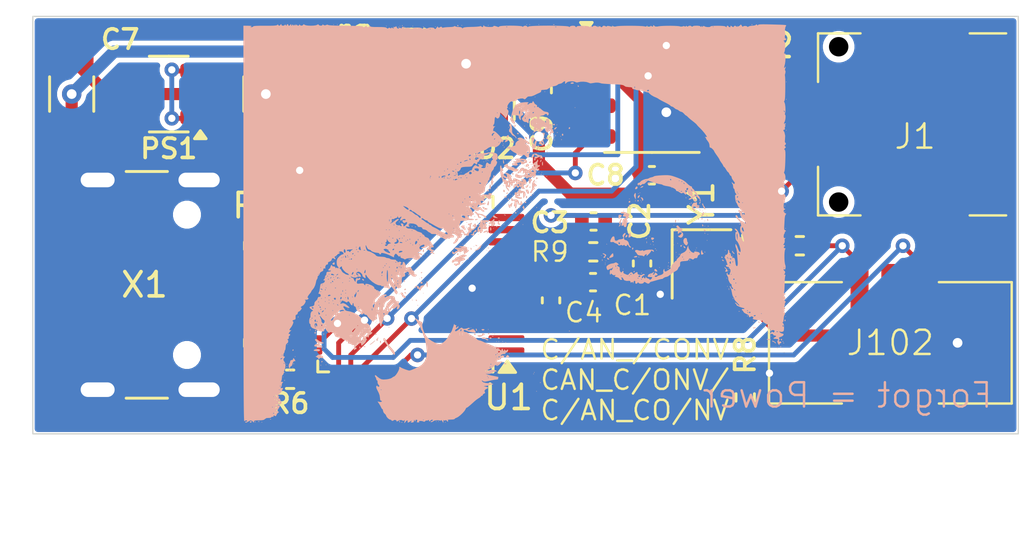
<source format=kicad_pcb>
(kicad_pcb (version 20241229) (generator "pcbnew") (generator_version "9.0")
  (title_block (title "${title}") (date "2022-03-07") (rev "R${release}") (company "${company}") (comment 1 "${release_state}") (comment 2 "${prefix}-P${type_number}-R${release}-B${pcb_variant}-C${pcb_ci}") (comment 3 "hardware/${prefix}-S${type_number}_${short_desciption}"))
  (layers (0 "F.Cu" signal) (2 "B.Cu" signal) (13 "F.Paste" user) (15 "B.Paste" user) (5 "F.SilkS" user "F.Silkscreen") (7 "B.SilkS" user "B.Silkscreen") (1 "F.Mask" user) (3 "B.Mask" user) (25 "Edge.Cuts" user))
  (net 0 "")
  (net 1 "+3V3")
  (net 2 "GND")
  (net 3 "+5V")
  (net 4 "/USB_N")
  (net 5 "/USB_P")
  (net 6 "Net-(D1-A)")
  (net 7 "Net-(D2-A)")
  (net 8 "Net-(D3-A)")
  (net 9 "Net-(X1-CC2)")
  (net 10 "Net-(X1-CC1)")
  (net 11 "/MCU/SWCLK")
  (net 12 "/MCU/SWDIO")
  (net 14 "/CAN Transceiver/CAN1_TX")
  (net 15 "/CAN Transceiver/CAN1_RX")
  (net 18 "/CAN Transceiver/CAN1_S")
  (net 21 "/MCU/SWO")
  (net 22 "/MCU/NRST")
  (net 23 "/MCU/LED_TX")
  (net 24 "/MCU/LED_RX")
  (net 25 "Net-(U1F-PF0{slash}OSC_IN)")
  (net 26 "Net-(U1F-PF1{slash}OSC_OUT)")
  (net 32 "/MCU/CAN2_RX")
  (net 43 "/MCU/CAN2_TX")
  (net 48 "/MCU/CAN2_S")
  (net 54 "/CAN Transceiver/CAN1_L")
  (net 55 "/CAN Transceiver/CAN1_H")
  (net 56 "/MCU/TX")
  (net 57 "/MCU/RX")
  (net 58 "Net-(Y1-C_{1})")
  (footprint "Package_TO_SOT_SMD:SOT-23-5" (layer "F.Cu") (at 116 119 180)
    (property "Reference" "PS1" (at 0 -2.25 180) (layer "F.SilkS") (effects (font (size 0.8 0.8))))
    (property "Value" "RT9013-33GB")
    (pad "1" smd roundrect (at -1.1375 -0.95 180) (size 1.325 0.6) (layers "F.Cu" "F.Mask" "F.Paste") (net 3 "+5V"))
    (pad "2" smd roundrect (at -1.1375 0 180) (size 1.325 0.6) (layers "F.Cu" "F.Mask" "F.Paste") (net 2 "GND"))
    (pad "3" smd roundrect (at -1.1375 0.95 180) (size 1.325 0.6) (layers "F.Cu" "F.Mask" "F.Paste") (net 3 "+5V"))
    (pad "4" smd roundrect (at 1.1375 0.95 180) (size 1.325 0.6) (layers "F.Cu" "F.Mask" "F.Paste"))
    (pad "5" smd roundrect (at 1.1375 -0.95 180) (size 1.325 0.6) (layers "F.Cu" "F.Mask" "F.Paste") (net 1 "+3V3"))
  )
  (footprint "Resistor_SMD:R_0402_1005Metric" (layer "F.Cu") (at 139.75 131.5 -90)
    (property "Reference" "R8" (at -1.75 0 90) (layer "F.SilkS") (effects (font (size 0.8 0.8))))
    (property "Value" "100k")
    (pad "1" smd roundrect (at -0.51 0 270) (size 0.54 0.64) (layers "F.Cu" "F.Mask" "F.Paste") (net 2 "GND"))
    (pad "2" smd roundrect (at 0.51 0 270) (size 0.54 0.64) (layers "F.Cu" "F.Mask" "F.Paste") (net 11 "/MCU/SWCLK"))
  )
  (footprint "Bluesat:USB_C" (layer "F.Cu") (at 114.145 126.86 -90)
    (property "Reference" "X1" (at 0 -0.855 0) (layer "F.SilkS"))
    (property "Value" "629722000214_pasteInHole")
    (pad "" np_thru_hole circle (at -2.89 -2.605 270) (size 0.65 0.65) (drill 0.65) (layers "*.Cu" "*.Mask"))
    (pad "" np_thru_hole circle (at 2.89 -2.605 270) (size 0.65 0.65) (drill 0.65) (layers "*.Cu" "*.Mask"))
    (pad "A1" smd roundrect (at -3.2 -3.715 270) (size 0.6 1.08) (layers "F.Cu" "F.Mask" "F.Paste") (net 2 "GND"))
    (pad "A4" smd roundrect (at -2.4 -3.68 270) (size 0.6 1.15) (layers "F.Cu" "F.Mask" "F.Paste") (net 3 "+5V"))
    (pad "A5" smd roundrect (at -1.25 -3.68 270) (size 0.3 1.15) (layers "F.Cu" "F.Mask" "F.Paste") (net 10 "Net-(X1-CC1)"))
    (pad "A6" smd roundrect (at -0.25 -3.68 270) (size 0.3 1.15) (layers "F.Cu" "F.Mask" "F.Paste") (net 5 "/USB_P"))
    (pad "A7" smd roundrect (at 0.25 -3.68 270) (size 0.3 1.15) (layers "F.Cu" "F.Mask" "F.Paste") (net 4 "/USB_N"))
    (pad "A8" smd roundrect (at 1.25 -3.68 270) (size 0.3 1.15) (layers "F.Cu" "F.Mask" "F.Paste"))
    (pad "B1" smd roundrect (at 3.2 -3.715 270) (size 0.6 1.08) (layers "F.Cu" "F.Mask" "F.Paste") (net 2 "GND"))
    (pad "B4" smd roundrect (at 2.4 -3.68 270) (size 0.6 1.15) (layers "F.Cu" "F.Mask" "F.Paste") (net 3 "+5V"))
    (pad "B5" smd roundrect (at 1.75 -3.68 270) (size 0.3 1.15) (layers "F.Cu" "F.Mask" "F.Paste") (net 9 "Net-(X1-CC2)"))
    (pad "B6" smd roundrect (at 0.75 -3.68 270) (size 0.3 1.15) (layers "F.Cu" "F.Mask" "F.Paste") (net 5 "/USB_P"))
    (pad "B7" smd roundrect (at -0.75 -3.68 270) (size 0.3 1.15) (layers "F.Cu" "F.Mask" "F.Paste") (net 4 "/USB_N"))
    (pad "B8" smd roundrect (at -1.75 -3.68 270) (size 0.3 1.15) (layers "F.Cu" "F.Mask" "F.Paste"))
    (pad "SH" thru_hole oval (at -4.32 -3.105 270) (size 1 2.1) (drill oval 0.6 1.7) (property pad_prop_heatsink) (layers "*.Cu" "*.Mask" "F.Paste") (net 2 "GND"))
    (pad "SH" thru_hole oval (at -4.32 1.075 270) (size 1 1.8) (drill oval 0.6 1.4) (property pad_prop_heatsink) (layers "*.Cu" "*.Mask" "F.Paste") (net 2 "GND"))
    (pad "SH" thru_hole oval (at 4.32 -3.105 270) (size 1 2.1) (drill oval 0.6 1.7) (property pad_prop_heatsink) (layers "*.Cu" "*.Mask" "F.Paste") (net 2 "GND"))
    (pad "SH" thru_hole oval (at 4.32 1.075 270) (size 1 1.8) (drill oval 0.6 1.4) (property pad_prop_heatsink) (layers "*.Cu" "*.Mask" "F.Paste") (net 2 "GND"))
  )
  (footprint "Capacitor_SMD:C_0402_1005Metric" (layer "F.Cu") (at 135.905 122.345 180)
    (property "Reference" "C8" (at 1.905 0 0) (layer "F.SilkS") (effects (font (size 0.8 0.8))))
    (property "Value" "220n")
    (pad "1" smd roundrect (at -0.48 0 180) (size 0.56 0.62) (layers "F.Cu" "F.Mask" "F.Paste") (net 1 "+3V3"))
    (pad "2" smd roundrect (at 0.48 0 180) (size 0.56 0.62) (layers "F.Cu" "F.Mask" "F.Paste") (net 2 "GND"))
  )
  (footprint "LED_SMD:LED_0603_1608Metric" (layer "F.Cu") (at 126.5 119.25 -90)
    (property "Reference" "D1" (at 2 0 180) (layer "F.SilkS") (effects (font (size 0.8 0.8))))
    (property "Value" "XL-1608UYC-06" (hide yes))
    (pad "1" smd roundrect (at -0.7875 0 270) (size 0.875 0.95) (layers "F.Cu" "F.Mask" "F.Paste") (net 6 "Net-(D1-A)"))
    (pad "2" smd roundrect (at 0.7875 0 270) (size 0.875 0.95) (layers "F.Cu" "F.Mask" "F.Paste") (net 23 "/MCU/LED_TX"))
  )
  (footprint "Capacitor_SMD:C_0402_1005Metric" (layer "F.Cu") (at 135.5 125.98 90)
    (property "Reference" "C2" (at 1.75 -0.1 90) (layer "F.SilkS") (effects (font (size 0.8 0.8))))
    (property "Value" "10p")
    (pad "1" smd roundrect (at -0.48 0 90) (size 0.56 0.62) (layers "F.Cu" "F.Mask" "F.Paste") (net 2 "GND"))
    (pad "2" smd roundrect (at 0.48 0 90) (size 0.56 0.62) (layers "F.Cu" "F.Mask" "F.Paste") (net 58 "Net-(Y1-C_{1})"))
  )
  (footprint "Resistor_SMD:R_0402_1005Metric" (layer "F.Cu") (at 128 119.25 -90)
    (property "Reference" "R4" (at 2 0 180) (layer "F.SilkS") (effects (font (size 0.8 0.8))))
    (property "Value" "1K" (hide yes))
    (pad "1" smd roundrect (at -0.51 0 270) (size 0.54 0.64) (layers "F.Cu" "F.Mask" "F.Paste") (net 1 "+3V3"))
    (pad "2" smd roundrect (at 0.51 0 270) (size 0.54 0.64) (layers "F.Cu" "F.Mask" "F.Paste") (net 7 "Net-(D2-A)"))
  )
  (footprint "Package_SO:SOIC-8_3.9x4.9mm_P1.27mm" (layer "F.Cu") (at 135.905 118.845)
    (property "Reference" "U2" (at 4.845 -1.845 0) (layer "F.SilkS"))
    (property "Value" "TCAN1462V")
    (pad "1" smd roundrect (at -2.475 -1.905) (size 1.95 0.6) (layers "F.Cu" "F.Mask" "F.Paste") (net 14 "/CAN Transceiver/CAN1_TX"))
    (pad "2" smd roundrect (at -2.475 -0.635) (size 1.95 0.6) (layers "F.Cu" "F.Mask" "F.Paste") (net 2 "GND"))
    (pad "3" smd roundrect (at -2.475 0.635) (size 1.95 0.6) (layers "F.Cu" "F.Mask" "F.Paste") (net 3 "+5V"))
    (pad "4" smd roundrect (at -2.475 1.905) (size 1.95 0.6) (layers "F.Cu" "F.Mask" "F.Paste") (net 15 "/CAN Transceiver/CAN1_RX"))
    (pad "5" smd roundrect (at 2.475 1.905) (size 1.95 0.6) (layers "F.Cu" "F.Mask" "F.Paste") (net 1 "+3V3"))
    (pad "6" smd roundrect (at 2.475 0.635) (size 1.95 0.6) (layers "F.Cu" "F.Mask" "F.Paste") (net 54 "/CAN Transceiver/CAN1_L"))
    (pad "7" smd roundrect (at 2.475 -0.635) (size 1.95 0.6) (layers "F.Cu" "F.Mask" "F.Paste") (net 55 "/CAN Transceiver/CAN1_H"))
    (pad "8" smd roundrect (at 2.475 -1.905) (size 1.95 0.6) (layers "F.Cu" "F.Mask" "F.Paste") (net 18 "/CAN Transceiver/CAN1_S"))
  )
  (footprint "Resistor_SMD:R_0402_1005Metric" (layer "F.Cu") (at 119.5 125.25 90)
    (property "Reference" "R2" (at 1.65 0.1 180) (layer "F.SilkS"))
    (property "Value" "4K7")
    (pad "1" smd roundrect (at -0.51 0 90) (size 0.54 0.64) (layers "F.Cu" "F.Mask" "F.Paste") (net 10 "Net-(X1-CC1)"))
    (pad "2" smd roundrect (at 0.51 0 90) (size 0.54 0.64) (layers "F.Cu" "F.Mask" "F.Paste") (net 2 "GND"))
  )
  (footprint "Resistor_SMD:R_0402_1005Metric" (layer "F.Cu") (at 142 125.25 180)
    (property "Reference" "R7" (at 1.75 0 0) (layer "F.SilkS") (effects (font (size 0.8 0.8))))
    (property "Value" "100k")
    (pad "1" smd roundrect (at -0.51 0 180) (size 0.54 0.64) (layers "F.Cu" "F.Mask" "F.Paste") (net 12 "/MCU/SWDIO"))
    (pad "2" smd roundrect (at 0.51 0 180) (size 0.54 0.64) (layers "F.Cu" "F.Mask" "F.Paste") (net 1 "+3V3"))
  )
  (footprint "Capacitor_SMD:C_0402_1005Metric" (layer "F.Cu") (at 131.405 118.845 90)
    (property "Reference" "C9" (at -1.78 -0.03 270) (layer "F.SilkS") (effects (font (size 0.8 0.8))))
    (property "Value" "220n")
    (pad "1" smd roundrect (at -0.48 0 90) (size 0.56 0.62) (layers "F.Cu" "F.Mask" "F.Paste") (net 3 "+5V"))
    (pad "2" smd roundrect (at 0.48 0 90) (size 0.56 0.62) (layers "F.Cu" "F.Mask" "F.Paste") (net 2 "GND"))
  )
  (footprint "Crystal:Crystal_SMD_2016-4Pin_2.0x1.6mm" (layer "F.Cu") (at 137.95 126 -90)
    (property "Reference" "Y1" (at -2.5 0 270) (layer "F.SilkS"))
    (property "Value" "830108313809")
    (pad "1" smd roundrect (at -0.7 0.55 270) (size 0.9 0.8) (layers "F.Cu" "F.Mask" "F.Paste") (net 58 "Net-(Y1-C_{1})"))
    (pad "2" smd roundrect (at 0.7 0.55 270) (size 0.9 0.8) (layers "F.Cu" "F.Mask" "F.Paste") (net 2 "GND"))
    (pad "3" smd roundrect (at 0.7 -0.55 270) (size 0.9 0.8) (layers "F.Cu" "F.Mask" "F.Paste") (net 25 "Net-(U1F-PF0{slash}OSC_IN)"))
    (pad "4" smd roundrect (at -0.7 -0.55 270) (size 0.9 0.8) (layers "F.Cu" "F.Mask" "F.Paste") (net 2 "GND"))
  )
  (footprint "Capacitor_SMD:C_0402_1005Metric" (layer "F.Cu") (at 131.75 127.5 90)
    (property "Reference" "C4" (at -0.5 1.35 0) (layer "F.SilkS") (effects (font (size 0.8 0.8) (thickness 0.1))))
    (property "Value" "220n")
    (pad "1" smd roundrect (at -0.48 0 90) (size 0.56 0.62) (layers "F.Cu" "F.Mask" "F.Paste") (net 1 "+3V3"))
    (pad "2" smd roundrect (at 0.48 0 90) (size 0.56 0.62) (layers "F.Cu" "F.Mask" "F.Paste") (net 2 "GND"))
  )
  (footprint "Bluesat:IDC6" (layer "F.Cu") (at 145.73 129.25)
    (property "Reference" "J102" (at 0 0 0) (layer "F.SilkS") (effects (font (thickness 0.1))))
    (property "Value" "IDC6")
    (pad "1" smd roundrect (at -1.27 -2) (size 0.74 2.5) (layers "F.Cu" "F.Mask" "F.Paste") (net 12 "/MCU/SWDIO"))
    (pad "2" smd roundrect (at -1.27 2) (size 0.74 2.5) (layers "F.Cu" "F.Mask" "F.Paste") (net 11 "/MCU/SWCLK"))
    (pad "3" smd roundrect (at 0 -2) (size 0.74 2.5) (layers "F.Cu" "F.Mask" "F.Paste") (net 2 "GND"))
    (pad "4" smd roundrect (at 0 2) (size 0.74 2.5) (layers "F.Cu" "F.Mask" "F.Paste") (net 1 "+3V3"))
    (pad "5" smd roundrect (at 1.27 -2) (size 0.74 2.5) (layers "F.Cu" "F.Mask" "F.Paste") (net 21 "/MCU/SWO"))
    (pad "6" smd roundrect (at 1.27 2) (size 0.74 2.5) (layers "F.Cu" "F.Mask" "F.Paste") (net 22 "/MCU/NRST"))
  )
  (footprint "Resistor_SMD:R_0402_1005Metric" (layer "F.Cu") (at 133.49 125.5 180)
    (property "Reference" "R9" (at 1.79 0 0) (layer "F.SilkS") (effects (font (size 0.8 0.8) (thickness 0.1))))
    (property "Value" "100R" (hide yes))
    (pad "1" smd roundrect (at -0.51 0 180) (size 0.54 0.64) (layers "F.Cu" "F.Mask" "F.Paste") (net 58 "Net-(Y1-C_{1})"))
    (pad "2" smd roundrect (at 0.51 0 180) (size 0.54 0.64) (layers "F.Cu" "F.Mask" "F.Paste") (net 26 "Net-(U1F-PF1{slash}OSC_OUT)"))
  )
  (footprint "LED_SMD:LED_0603_1608Metric" (layer "F.Cu") (at 123.5 119.25 -90)
    (property "Reference" "D3" (at 2 0 180) (layer "F.SilkS") (effects (font (size 0.8 0.8))))
    (property "Value" "XL-1608SURC-06" (hide yes))
    (pad "1" smd roundrect (at -0.7875 0 270) (size 0.875 0.95) (layers "F.Cu" "F.Mask" "F.Paste") (net 8 "Net-(D3-A)"))
    (pad "2" smd roundrect (at 0.7875 0 270) (size 0.875 0.95) (layers "F.Cu" "F.Mask" "F.Paste") (net 2 "GND"))
  )
  (footprint "Resistor_SMD:R_0402_1005Metric" (layer "F.Cu") (at 121 130.75 180)
    (property "Reference" "R6" (at 0 -1 0) (layer "F.SilkS") (effects (font (size 0.8 0.8))))
    (property "Value" "10K")
    (pad "1" smd roundrect (at -0.51 0 180) (size 0.54 0.64) (layers "F.Cu" "F.Mask" "F.Paste") (net 11 "/MCU/SWCLK"))
    (pad "2" smd roundrect (at 0.51 0 180) (size 0.54 0.64) (layers "F.Cu" "F.Mask" "F.Paste") (net 2 "GND"))
  )
  (footprint "Package_QFP:LQFP-48_7x7mm_P0.5mm" (layer "F.Cu") (at 125.75 126.8375 180)
    (property "Reference" "U1" (at -4.25 -4.6625 0) (layer "F.SilkS"))
    (property "Value" "STM32G0B1CBT" (hide yes))
    (pad "1" smd roundrect (at -4.1625 -2.75 180) (size 1.475 0.3) (layers "F.Cu" "F.Mask" "F.Paste"))
    (pad "2" smd roundrect (at -4.1625 -2.25 180) (size 1.475 0.3) (layers "F.Cu" "F.Mask" "F.Paste"))
    (pad "3" smd roundrect (at -4.1625 -1.75 180) (size 1.475 0.3) (layers "F.Cu" "F.Mask" "F.Paste"))
    (pad "4" smd roundrect (at -4.1625 -1.25 180) (size 1.475 0.3) (layers "F.Cu" "F.Mask" "F.Paste") (net 1 "+3V3"))
    (pad "5" smd roundrect (at -4.1625 -0.75 180) (size 1.475 0.3) (layers "F.Cu" "F.Mask" "F.Paste") (net 1 "+3V3"))
    (pad "6" smd roundrect (at -4.1625 -0.25 180) (size 1.475 0.3) (layers "F.Cu" "F.Mask" "F.Paste") (net 1 "+3V3"))
    (pad "7" smd roundrect (at -4.1625 0.25 180) (size 1.475 0.3) (layers "F.Cu" "F.Mask" "F.Paste") (net 2 "GND"))
    (pad "8" smd roundrect (at -4.1625 0.75 180) (size 1.475 0.3) (layers "F.Cu" "F.Mask" "F.Paste") (net 25 "Net-(U1F-PF0{slash}OSC_IN)"))
    (pad "9" smd roundrect (at -4.1625 1.25 180) (size 1.475 0.3) (layers "F.Cu" "F.Mask" "F.Paste") (net 26 "Net-(U1F-PF1{slash}OSC_OUT)"))
    (pad "10" smd roundrect (at -4.1625 1.75 180) (size 1.475 0.3) (layers "F.Cu" "F.Mask" "F.Paste") (net 22 "/MCU/NRST"))
    (pad "11" smd roundrect (at -4.1625 2.25 180) (size 1.475 0.3) (layers "F.Cu" "F.Mask" "F.Paste"))
    (pad "12" smd roundrect (at -4.1625 2.75 180) (size 1.475 0.3) (layers "F.Cu" "F.Mask" "F.Paste"))
    (pad "13" smd roundrect (at -2.75 4.1625 180) (size 0.3 1.475) (layers "F.Cu" "F.Mask" "F.Paste"))
    (pad "14" smd roundrect (at -2.25 4.1625 180) (size 0.3 1.475) (layers "F.Cu" "F.Mask" "F.Paste") (net 24 "/MCU/LED_RX"))
    (pad "15" smd roundrect (at -1.75 4.1625 180) (size 0.3 1.475) (layers "F.Cu" "F.Mask" "F.Paste") (net 23 "/MCU/LED_TX"))
    (pad "16" smd roundrect (at -1.25 4.1625 180) (size 0.3 1.475) (layers "F.Cu" "F.Mask" "F.Paste"))
    (pad "17" smd roundrect (at -0.75 4.1625 180) (size 0.3 1.475) (layers "F.Cu" "F.Mask" "F.Paste"))
    (pad "18" smd roundrect (at -0.25 4.1625 180) (size 0.3 1.475) (layers "F.Cu" "F.Mask" "F.Paste"))
    (pad "19" smd roundrect (at 0.25 4.1625 180) (size 0.3 1.475) (layers "F.Cu" "F.Mask" "F.Paste") (net 32 "/MCU/CAN2_RX"))
    (pad "20" smd roundrect (at 0.75 4.1625 180) (size 0.3 1.475) (layers "F.Cu" "F.Mask" "F.Paste") (net 43 "/MCU/CAN2_TX"))
    (pad "21" smd roundrect (at 1.25 4.1625 180) (size 0.3 1.475) (layers "F.Cu" "F.Mask" "F.Paste") (net 48 "/MCU/CAN2_S"))
    (pad "22" smd roundrect (at 1.75 4.1625 180) (size 0.3 1.475) (layers "F.Cu" "F.Mask" "F.Paste"))
    (pad "23" smd roundrect (at 2.25 4.1625 180) (size 0.3 1.475) (layers "F.Cu" "F.Mask" "F.Paste"))
    (pad "24" smd roundrect (at 2.75 4.1625 180) (size 0.3 1.475) (layers "F.Cu" "F.Mask" "F.Paste"))
    (pad "25" smd roundrect (at 4.1625 2.75 180) (size 1.475 0.3) (layers "F.Cu" "F.Mask" "F.Paste"))
    (pad "26" smd roundrect (at 4.1625 2.25 180) (size 1.475 0.3) (layers "F.Cu" "F.Mask" "F.Paste"))
    (pad "27" smd roundrect (at 4.1625 1.75 180) (size 1.475 0.3) (layers "F.Cu" "F.Mask" "F.Paste"))
    (pad "28" smd roundrect (at 4.1625 1.25 180) (size 1.475 0.3) (layers "F.Cu" "F.Mask" "F.Paste"))
    (pad "29" smd roundrect (at 4.1625 0.75 180) (size 1.475 0.3) (layers "F.Cu" "F.Mask" "F.Paste") (net 56 "/MCU/TX"))
    (pad "30" smd roundrect (at 4.1625 0.25 180) (size 1.475 0.3) (layers "F.Cu" "F.Mask" "F.Paste"))
    (pad "31" smd roundrect (at 4.1625 -0.25 180) (size 1.475 0.3) (layers "F.Cu" "F.Mask" "F.Paste"))
    (pad "32" smd roundrect (at 4.1625 -0.75 180) (size 1.475 0.3) (layers "F.Cu" "F.Mask" "F.Paste") (net 57 "/MCU/RX"))
    (pad "33" smd roundrect (at 4.1625 -1.25 180) (size 1.475 0.3) (layers "F.Cu" "F.Mask" "F.Paste") (net 4 "/USB_N"))
    (pad "34" smd roundrect (at 4.1625 -1.75 180) (size 1.475 0.3) (layers "F.Cu" "F.Mask" "F.Paste") (net 5 "/USB_P"))
    (pad "35" smd roundrect (at 4.1625 -2.25 180) (size 1.475 0.3) (layers "F.Cu" "F.Mask" "F.Paste") (net 12 "/MCU/SWDIO"))
    (pad "36" smd roundrect (at 4.1625 -2.75 180) (size 1.475 0.3) (layers "F.Cu" "F.Mask" "F.Paste") (net 11 "/MCU/SWCLK"))
    (pad "37" smd roundrect (at 2.75 -4.1625 180) (size 0.3 1.475) (layers "F.Cu" "F.Mask" "F.Paste") (net 18 "/CAN Transceiver/CAN1_S"))
    (pad "38" smd roundrect (at 2.25 -4.1625 180) (size 0.3 1.475) (layers "F.Cu" "F.Mask" "F.Paste") (net 15 "/CAN Transceiver/CAN1_RX"))
    (pad "39" smd roundrect (at 1.75 -4.1625 180) (size 0.3 1.475) (layers "F.Cu" "F.Mask" "F.Paste") (net 14 "/CAN Transceiver/CAN1_TX"))
    (pad "40" smd roundrect (at 1.25 -4.1625 180) (size 0.3 1.475) (layers "F.Cu" "F.Mask" "F.Paste"))
    (pad "41" smd roundrect (at 0.75 -4.1625 180) (size 0.3 1.475) (layers "F.Cu" "F.Mask" "F.Paste"))
    (pad "42" smd roundrect (at 0.25 -4.1625 180) (size 0.3 1.475) (layers "F.Cu" "F.Mask" "F.Paste") (net 21 "/MCU/SWO"))
    (pad "43" smd roundrect (at -0.25 -4.1625 180) (size 0.3 1.475) (layers "F.Cu" "F.Mask" "F.Paste"))
    (pad "44" smd roundrect (at -0.75 -4.1625 180) (size 0.3 1.475) (layers "F.Cu" "F.Mask" "F.Paste"))
    (pad "45" smd roundrect (at -1.25 -4.1625 180) (size 0.3 1.475) (layers "F.Cu" "F.Mask" "F.Paste"))
    (pad "46" smd roundrect (at -1.75 -4.1625 180) (size 0.3 1.475) (layers "F.Cu" "F.Mask" "F.Paste"))
    (pad "47" smd roundrect (at -2.25 -4.1625 180) (size 0.3 1.475) (layers "F.Cu" "F.Mask" "F.Paste"))
    (pad "48" smd roundrect (at -2.75 -4.1625 180) (size 0.3 1.475) (layers "F.Cu" "F.Mask" "F.Paste"))
  )
  (footprint "Resistor_SMD:R_0402_1005Metric" (layer "F.Cu") (at 122 119.25 -90)
    (property "Reference" "R5" (at 2 0.02 180) (layer "F.SilkS") (effects (font (size 0.8 0.8))))
    (property "Value" "1K" (hide yes))
    (pad "1" smd roundrect (at -0.51 0 270) (size 0.54 0.64) (layers "F.Cu" "F.Mask" "F.Paste") (net 1 "+3V3"))
    (pad "2" smd roundrect (at 0.51 0 270) (size 0.54 0.64) (layers "F.Cu" "F.Mask" "F.Paste") (net 8 "Net-(D3-A)"))
  )
  (footprint "Resistor_SMD:R_0402_1005Metric" (layer "F.Cu") (at 119.5 129.25 -90)
    (property "Reference" "R1" (at -1.5 -0.25 0) (layer "F.SilkS") (effects (font (size 0.8 0.8))))
    (property "Value" "4K7")
    (pad "1" smd roundrect (at -0.51 0 270) (size 0.54 0.64) (layers "F.Cu" "F.Mask" "F.Paste") (net 9 "Net-(X1-CC2)"))
    (pad "2" smd roundrect (at 0.51 0 270) (size 0.54 0.64) (layers "F.Cu" "F.Mask" "F.Paste") (net 2 "GND"))
  )
  (footprint "LED_SMD:LED_0603_1608Metric" (layer "F.Cu") (at 129.5 119.25 -90)
    (property "Reference" "D2" (at 2 0 180) (layer "F.SilkS") (effects (font (size 0.8 0.8))))
    (property "Value" "XL-1608UGC-04" (hide yes))
    (pad "1" smd roundrect (at -0.7875 0 270) (size 0.875 0.95) (layers "F.Cu" "F.Mask" "F.Paste") (net 7 "Net-(D2-A)"))
    (pad "2" smd roundrect (at 0.7875 0 270) (size 0.875 0.95) (layers "F.Cu" "F.Mask" "F.Paste") (net 24 "/MCU/LED_RX"))
  )
  (footprint "Resistor_SMD:R_0402_1005Metric" (layer "F.Cu") (at 125 119.25 -90)
    (property "Reference" "R3" (at 2 0 180) (layer "F.SilkS") (effects (font (size 0.8 0.8))))
    (property "Value" "1K" (hide yes))
    (pad "1" smd roundrect (at -0.51 0 270) (size 0.54 0.64) (layers "F.Cu" "F.Mask" "F.Paste") (net 1 "+3V3"))
    (pad "2" smd roundrect (at 0.51 0 270) (size 0.54 0.64) (layers "F.Cu" "F.Mask" "F.Paste") (net 6 "Net-(D1-A)"))
  )
  (footprint "Bluesat:SM02B-PASS" (layer "F.Cu") (at 151 120.25 -90)
    (property "Reference" "J1" (at 0.5 4.25 0) (layer "F.SilkS") (effects (font (thickness 0.1))))
    (property "Value" "SM02B-PASS")
    (pad "" smd rect (at -3.2 4.2 270) (size 1.8 3.8) (layers "F.Cu" "F.Mask" "F.Paste"))
    (pad "" np_thru_hole circle (at -3.2 7.4 270) (size 0.8 0.8) (drill 0.8) (layers "*.Mask"))
    (pad "" smd rect (at 3.2 4.2 270) (size 1.8 3.8) (layers "F.Cu" "F.Mask" "F.Paste"))
    (pad "" np_thru_hole circle (at 3.2 7.4 270) (size 0.8 0.8) (drill 0.8) (layers "*.Mask"))
    (pad "1" smd roundrect (at 1 8.6 270) (size 1 2.7) (layers "F.Cu" "F.Mask" "F.Paste") (net 54 "/CAN Transceiver/CAN1_L"))
    (pad "2" smd roundrect (at -1 8.6 270) (size 1 2.7) (layers "F.Cu" "F.Mask" "F.Paste") (net 55 "/CAN Transceiver/CAN1_H"))
  )
  (footprint "Capacitor_SMD:C_0402_1005Metric" (layer "F.Cu") (at 133.5 124.25)
    (property "Reference" "C3" (at -1.8 0.05 0) (layer "F.SilkS") (effects (font (size 0.8 0.8))))
    (property "Value" "100n" (hide yes))
    (pad "1" smd roundrect (at -0.48 0) (size 0.56 0.62) (layers "F.Cu" "F.Mask" "F.Paste") (net 22 "/MCU/NRST"))
    (pad "2" smd roundrect (at 0.48 0) (size 0.56 0.62) (layers "F.Cu" "F.Mask" "F.Paste") (net 2 "GND"))
  )
  (footprint "Capacitor_SMD:C_1206_3216Metric" (layer "F.Cu") (at 120 119 90)
    (property "Reference" "C6" (at -2.875 0 180) (layer "F.SilkS") (effects (font (size 0.8 0.8))))
    (property "Value" "10u")
    (pad "1" smd roundrect (at -1.475 0 90) (size 1.15 1.8) (layers "F.Cu" "F.Mask" "F.Paste") (roundrect_rratio 0.217391) (net 3 "+5V"))
    (pad "2" smd roundrect (at 1.475 0 90) (size 1.15 1.8) (layers "F.Cu" "F.Mask" "F.Paste") (roundrect_rratio 0.217391) (net 2 "GND"))
  )
  (footprint "Capacitor_SMD:C_1206_3216Metric" (layer "F.Cu") (at 112 119 90)
    (property "Reference" "C7" (at 2.25 2 180) (layer "F.SilkS") (effects (font (size 0.8 0.8))))
    (property "Value" "10u")
    (pad "1" smd roundrect (at -1.475 0 90) (size 1.15 1.8) (layers "F.Cu" "F.Mask" "F.Paste") (roundrect_rratio 0.217391) (net 1 "+3V3"))
    (pad "2" smd roundrect (at 1.475 0 90) (size 1.15 1.8) (layers "F.Cu" "F.Mask" "F.Paste") (roundrect_rratio 0.217391) (net 2 "GND"))
  )
  (footprint "Capacitor_SMD:C_0402_1005Metric" (layer "F.Cu") (at 133.48 126.75 180)
    (property "Reference" "C1" (at -1.62 -0.95 0) (layer "F.SilkS") (effects (font (size 0.8 0.8) (thickness 0.1))))
    (property "Value" "10p")
    (pad "1" smd roundrect (at -0.48 0 180) (size 0.56 0.62) (layers "F.Cu" "F.Mask" "F.Paste") (net 2 "GND"))
    (pad "2" smd roundrect (at 0.48 0 180) (size 0.56 0.62) (layers "F.Cu" "F.Mask" "F.Paste") (net 25 "Net-(U1F-PF0{slash}OSC_IN)"))
  )
  (footprint "Bluesat:Monkey" (layer "B.Cu") (at 130.5 124.5 180)
    (property "Reference" "G***" (hide yes))
    (property "Value" "LOGO" (hide yes))
  )
  (gr_rect (start 110.4 115.8) (end 151 133) (stroke (width 0.05)) (fill no) (layer "Edge.Cuts"))
  (gr_text "C/AN_CO/NV" (at 131.25 132.5 0) (layer "F.SilkS") (effects (font (size 0.8 0.8) (thickness 0.1)) (justify left bottom)))
  (gr_text "TX" (at 125.5 117.5 0) (layer "F.SilkS") (effects (font (size 1 1) (thickness 0.2) (bold yes)) (justify left bottom)))
  (gr_text "RX" (at 128.5 117.5 0) (layer "F.SilkS") (effects (font (size 1 1) (thickness 0.2) (bold yes)) (justify left bottom)))
  (gr_text "Fo" (at 121.8 118.25 45) (layer "F.SilkS") (effects (font (size 1 1) (thickness 0.2) (bold yes)) (justify left bottom)))
  (gr_text "CAN_C/ONV/" (at 131.25 131.25 0) (layer "F.SilkS") (effects (font (size 0.8 0.8) (thickness 0.1)) (justify left bottom)))
  (gr_text "C/AN_/CONV" (at 131.25 130 0) (layer "F.SilkS") (effects (font (size 0.8 0.8) (thickness 0.1)) (justify left bottom)))
  (gr_text "rg" (at 122.75 117 0) (layer "F.SilkS") (effects (font (size 1 1) (thickness 0.2) (bold yes)) (justify left bottom)))
  (gr_text "ot" (at 124 117 315) (layer "F.SilkS") (effects (font (size 1 1) (thickness 0.2) (bold yes)) (justify left bottom)))
  (gr_text "Forgot = Power" (at 150 132 0) (layer "B.SilkS") (effects (font (size 1 1) (thickness 0.1)) (justify left bottom mirror)))
  (segment (start 127.88 118.12) (end 128.25 117.75) (width 0.2) (layer "F.Cu") (net 1))
  (segment (start 123.016 117.724) (end 123.984 117.724) (width 0.2) (layer "F.Cu") (net 1))
  (segment (start 145.73 130.000001) (end 144.680999 128.951) (width 0.5) (layer "F.Cu") (net 1))
  (segment (start 144.680999 128.951) (end 141.349 128.951) (width 0.5) (layer "F.Cu") (net 1))
  (segment (start 137 120.75) (end 138.38 120.75) (width 0.5) (layer "F.Cu") (net 1))
  (segment (start 141.349 128.951) (end 140 127.602) (width 0.5) (layer "F.Cu") (net 1))
  (segment (start 112 120.475) (end 114.125 120.475) (width 0.5) (layer "F.Cu") (net 1))
  (segment (start 139.13 121.5) (end 138.38 120.75) (width 0.5) (layer "F.Cu") (net 1))
  (segment (start 136.385 122.345) (end 136.385 121.365) (width 0.5) (layer "F.Cu") (net 1))
  (segment (start 131.75 127.98) (end 132.172 128.402) (width 0.5) (layer "F.Cu") (net 1))
  (segment (start 122 118.74) (end 123.016 117.724) (width 0.2) (layer "F.Cu") (net 1))
  (segment (start 140 121.5) (end 139.13 121.5) (width 0.5) (layer "F.Cu") (net 1))
  (segment (start 131.25 121.812075) (end 132.543925 123.106) (width 0.5) (layer "F.Cu") (net 1))
  (segment (start 126.016 117.724) (end 126.984 117.724) (width 0.2) (layer "F.Cu") (net 1))
  (segment (start 145.73 131.25) (end 145.73 130.000001) (width 0.5) (layer "F.Cu") (net 1))
  (segment (start 136.385 122.654999) (end 136.385 122.345) (width 0.5) (layer "F.Cu") (net 1))
  (segment (start 135.933999 123.106) (end 136.385 122.654999) (width 0.5) (layer "F.Cu") (net 1))
  (segment (start 140 127.602) (end 140 121.5) (width 0.5) (layer "F.Cu") (net 1))
  (segment (start 127.88 118.62) (end 127.88 118.12) (width 0.2) (layer "F.Cu") (net 1))
  (segment (start 114.125 120.475) (end 114.65 119.95) (width 0.5) (layer "F.Cu") (net 1))
  (segment (start 139.2 128.402) (end 140 127.602) (width 0.5) (layer "F.Cu") (net 1))
  (segment (start 136.385 121.365) (end 137 120.75) (width 0.5) (layer "F.Cu") (net 1))
  (segment (start 131.25 120.75) (end 131.25 121.812075) (width 0.5) (layer "F.Cu") (net 1))
  (segment (start 125 118.74) (end 126.016 117.724) (width 0.2) (layer "F.Cu") (net 1))
  (segment (start 132.543925 123.106) (end 135.933999 123.106) (width 0.5) (layer "F.Cu") (net 1))
  (segment (start 132.172 128.402) (end 139.2 128.402) (width 0.5) (layer "F.Cu") (net 1))
  (segment (start 128 118.74) (end 127.88 118.62) (width 0.2) (layer "F.Cu") (net 1))
  (segment (start 112 120.475) (end 112 119) (width 0.5) (layer "F.Cu") (net 1))
  (segment (start 123.984 117.724) (end 125 118.74) (width 0.2) (layer "F.Cu") (net 1))
  (segment (start 126.984 117.724) (end 128 118.74) (width 0.2) (layer "F.Cu") (net 1))
  (via (at 131.25 120.75) (size 0.8) (drill 0.4) (layers "F.Cu" "B.Cu") (net 1))
  (via (at 128.25 117.75) (size 0.8) (drill 0.4) (layers "F.Cu" "B.Cu") (net 1))
  (via (at 112 119) (size 0.8) (drill 0.4) (layers "F.Cu" "B.Cu") (net 1))
  (segment (start 113.751 117.249) (end 127.749 117.249) (width 0.5) (layer "B.Cu") (net 1))
  (segment (start 128.25 117.75) (end 131.25 120.75) (width 0.5) (layer "B.Cu") (net 1))
  (segment (start 127.749 117.249) (end 128.25 117.75) (width 0.5) (layer "B.Cu") (net 1))
  (segment (start 112 119) (end 113.751 117.249) (width 0.5) (layer "B.Cu") (net 1))
  (segment (start 135.5 126.5) (end 136.25 127.25) (width 0.2) (layer "F.Cu") (net 2))
  (segment (start 119 130.75) (end 117.68 130.75) (width 0.2) (layer "F.Cu") (net 2))
  (segment (start 135.425 119.230001) (end 135.980001 119.230001) (width 0.5) (layer "F.Cu") (net 2))
  (segment (start 145.73 128.499999) (end 145.73 127.25) (width 0.5) (layer "F.Cu") (net 2))
  (segment (start 128.5 127) (end 128.9125 126.5875) (width 0.2) (layer "F.Cu") (net 2))
  (segment (start 131.3175 126.5875) (end 129.9125 126.5875) (width 0.2) (layer "F.Cu") (net 2))
  (segment (start 135.5 126.46) (end 135.5 126.5) (width 0.2) (layer "F.Cu") (net 2))
  (segment (start 135.21 126.75) (end 135.5 126.46) (width 0.2) (layer "F.Cu") (net 2))
  (segment (start 118.525 119) (end 117.35 119) (width 0.5) (layer "F.Cu") (net 2))
  (segment (start 135.425 122.345) (end 135.33 122.25) (width 0.5) (layer "F.Cu") (net 2))
  (segment (start 117.825 130.605) (end 117.25 131.18) (width 0.5) (layer "F.Cu") (net 2))
  (segment (start 148.5 129.25) (end 146.480001 129.25) (width 0.5) (layer "F.Cu") (net 2))
  (segment (start 117.35 119) (end 120 119) (width 0.5) (layer "F.Cu") (net 2))
  (segment (start 113.475 119) (end 117.35 119) (width 0.5) (layer "F.Cu") (net 2))
  (segment (start 138.5 125.535936) (end 137.4 126.635936) (width 0.2) (layer "F.Cu") (net 2))
  (segment (start 133.43 118.21) (end 131.56 118.21) (width 0.5) (layer "F.Cu") (net 2))
  (segment (start 140.75 130.5) (end 140.26 130.99) (width 0.2) (layer "F.Cu") (net 2))
  (segment (start 131.75 127.02) (end 131.3175 126.5875) (width 0.2) (layer "F.Cu") (net 2))
  (segment (start 119.5 124.74) (end 119.5 124.0375) (width 0.3) (layer "F.Cu") (net 2))
  (segment (start 140.26 130.99) (end 139.75 130.99) (width 0.2) (layer "F.Cu") (net 2))
  (segment (start 135.425 119.230001) (end 134.404999 118.21) (width 0.5) (layer "F.Cu") (net 2))
  (segment (start 119.5 124.0375) (end 121.39375 122.14375) (width 0.3) (layer "F.Cu") (net 2))
  (segment (start 117.825 123.66) (end 117.825 123.115) (width 0.5) (layer "F.Cu") (net 2))
  (segment (start 120 117.525) (end 118.525 119) (width 0.5) (layer "F.Cu") (net 2))
  (segment (start 117.825 130.06) (end 117.825 130.605) (width 0.5) (layer "F.Cu") (net 2))
  (segment (start 137.4 126.635936) (end 137.4 126.7) (width 0.2) (layer "F.Cu") (net 2))
  (segment (start 135.425 122.345) (end 135.425 119.230001) (width 0.5) (layer "F.Cu") (net 2))
  (segment (start 133.96 126.75) (end 135.21 126.75) (width 0.2) (layer "F.Cu") (net 2))
  (segment (start 135.980001 119.230001) (end 136.5 119.75) (width 0.5) (layer "F.Cu") (net 2))
  (segment (start 117.825 123.115) (end 117.25 122.54) (width 0.5) (layer "F.Cu") (net 2))
  (segment (start 146.480001 129.25) (end 145.73 128.499999) (width 0.5) (layer "F.Cu") (net 2))
  (segment (start 120.49 130.75) (end 119 130.75) (width 0.2) (layer "F.Cu") (net 2))
  (segment (start 138.5 125.3) (end 138.5 125.535936) (width 0.2) (layer "F.Cu") (net 2))
  (segment (start 112 117.525) (end 113.475 119) (width 0.5) (layer "F.Cu") (net 2))
  (segment (start 119.5 129.76) (end 119.5 130.25) (width 0.2) (layer "F.Cu") (net 2))
  (segment (start 128.9125 126.5875) (end 129.9125 126.5875) (width 0.2) (layer "F.Cu") (net 2))
  (segment (start 121.39375 122.14375) (end 123.5 120.0375) (width 0.3) (layer "F.Cu") (net 2))
  (segment (start 136.85 127.25) (end 137.4 126.7) (width 0.2) (layer "F.Cu") (net 2))
  (segment (start 134.404999 118.21) (end 133.43 118.21) (width 0.5) (layer "F.Cu") (net 2))
  (segment (start 117.68 130.75) (end 117.25 131.18) (width 0.2) (layer "F.Cu") (net 2))
  (segment (start 119.5 130.25) (end 119 130.75) (width 0.2) (layer "F.Cu") (net 2))
  (segment (start 131.56 118.21) (end 131.405 118.365) (width 0.5) (layer "F.Cu") (net 2))
  (segment (start 136.25 127.25) (end 136.85 127.25) (width 0.2) (layer "F.Cu") (net 2))
  (via (at 128.5 127) (size 0.6) (drill 0.3) (layers "F.Cu" "B.Cu") (net 2))
  (via (at 136.5 119.75) (size 0.8) (drill 0.4) (layers "F.Cu" "B.Cu") (net 2))
  (via (at 136.25 127.25) (size 0.6) (drill 0.3) (layers "F.Cu" "B.Cu") (net 2))
  (via (at 121.39375 122.14375) (size 0.6) (drill 0.3) (layers "F.Cu" "B.Cu") (net 2))
  (via (at 120 119) (size 0.8) (drill 0.4) (layers "F.Cu" "B.Cu") (net 2))
  (via (at 148.5 129.25) (size 0.8) (drill 0.4) (layers "F.Cu" "B.Cu") (net 2))
  (via (at 140.75 130.5) (size 0.6) (drill 0.3) (layers "F.Cu" "B.Cu") (net 2))
  (segment (start 116.175 118.05) (end 117.35 118.05) (width 0.2) (layer "F.Cu") (net 3))
  (segment (start 130.644 118.894) (end 131.075 119.325) (width 0.5) (layer "F.Cu") (net 3))
  (segment (start 120 120.475) (end 121.229 119.246) (width 0.5) (layer "F.Cu") (net 3))
  (segment (start 131.075 119.325) (end 131.405 119.325) (width 0.5) (layer "F.Cu") (net 3))
  (segment (start 116.125 118) (end 116.175 118.05) (width 0.2) (layer "F.Cu") (net 3))
  (segment (start 121.229 119.246) (end 121.229 118.358528) (width 0.5) (layer "F.Cu") (net 3))
  (segment (start 116.498 125.257466) (end 117.295466 124.46) (width 0.3) (layer "F.Cu") (net 3))
  (segment (start 117.295466 124.46) (end 117.825 124.46) (width 0.3) (layer "F.Cu") (net 3))
  (segment (start 120 120.475) (end 117.875 120.475) (width 0.5) (layer "F.Cu") (net 3))
  (segment (start 133.43 119.48) (end 131.56 119.48) (width 0.5) (layer "F.Cu") (net 3))
  (segment (start 118.899 124.101) (end 118.899 121.576) (width 0.5) (layer "F.Cu") (net 3))
  (segment (start 131.56 119.48) (end 131.405 119.325) (width 0.5) (layer "F.Cu") (net 3))
  (segment (start 116.498 128.462534) (end 116.498 125.257466) (width 0.3) (layer "F.Cu") (net 3))
  (segment (start 129.35 116.6) (end 130.644 117.894) (width 0.5) (layer "F.Cu") (net 3))
  (segment (start 118.54 124.46) (end 118.899 124.101) (width 0.5) (layer "F.Cu") (net 3))
  (segment (start 118.899 121.576) (end 120 120.475) (width 0.5) (layer "F.Cu") (net 3))
  (segment (start 130.644 117.894) (end 130.644 118.894) (width 0.5) (layer "F.Cu") (net 3))
  (segment (start 122.987528 116.6) (end 129.35 116.6) (width 0.5) (layer "F.Cu") (net 3))
  (segment (start 120 120.475) (end 120 120.337528) (width 0.5) (layer "F.Cu") (net 3))
  (segment (start 117.3 120) (end 117.35 119.95) (width 0.2) (layer "F.Cu") (net 3))
  (segment (start 121.229 118.358528) (end 122.987528 116.6) (width 0.5) (layer "F.Cu") (net 3))
  (segment (start 117.875 120.475) (end 117.35 119.95) (width 0.5) (layer "F.Cu") (net 3))
  (segment (start 117.825 124.46) (end 118.54 124.46) (width 0.5) (layer "F.Cu") (net 3))
  (segment (start 117.825 129.26) (end 117.295466 129.26) (width 0.3) (layer "F.Cu") (net 3))
  (segment (start 117.295466 129.26) (end 116.498 128.462534) (width 0.3) (layer "F.Cu") (net 3))
  (segment (start 116.125 120) (end 117.3 120) (width 0.2) (layer "F.Cu") (net 3))
  (via (at 116.125 120) (size 0.6) (drill 0.3) (layers "F.Cu" "B.Cu") (net 3))
  (via (at 116.125 118) (size 0.6) (drill 0.3) (layers "F.Cu" "B.Cu") (net 3))
  (segment (start 116.125 118) (end 116.125 120) (width 0.2) (layer "B.Cu") (net 3))
  (segment (start 116.949 126.377176) (end 117.216176 126.11) (width 0.2) (layer "F.Cu") (net 4))
  (segment (start 117.825 127.11) (end 117.216176 127.11) (width 0.2) (layer "F.Cu") (net 4))
  (segment (start 118.631824 126.11) (end 120.609324 128.0875) (width 0.2) (layer "F.Cu") (net 4))
  (segment (start 117.216176 126.11) (end 117.825 126.11) (width 0.2) (layer "F.Cu") (net 4))
  (segment (start 117.216176 127.11) (end 116.949 126.842824) (width 0.2) (layer "F.Cu") (net 4))
  (segment (start 116.949 126.842824) (end 116.949 126.377176) (width 0.2) (layer "F.Cu") (net 4))
  (segment (start 120.609324 128.0875) (end 121.5875 128.0875) (width 0.2) (layer "F.Cu") (net 4))
  (segment (start 117.825 126.11) (end 118.631824 126.11) (width 0.2) (layer "F.Cu") (net 4))
  (segment (start 118.433824 127.61) (end 118.701 127.342824) (width 0.2) (layer "F.Cu") (net 5))
  (segment (start 118.701 127.342824) (end 118.701 127.11) (width 0.2) (layer "F.Cu") (net 5))
  (segment (start 117.825 127.61) (end 118.433824 127.61) (width 0.2) (layer "F.Cu") (net 5))
  (segment (start 118.701 126.877176) (end 118.433824 126.61) (width 0.2) (layer "F.Cu") (net 5))
  (segment (start 120.3375 128.5875) (end 121.5875 128.5875) (width 0.2) (layer "F.Cu") (net 5))
  (segment (start 118.86 127.11) (end 120.3375 128.5875) (width 0.2) (layer "F.Cu") (net 5))
  (segment (start 118.701 127.11) (end 118.86 127.11) (width 0.2) (layer "F.Cu") (net 5))
  (segment (start 118.701 127.11) (end 118.701 126.877176) (width 0.2) (layer "F.Cu") (net 5))
  (segment (start 118.433824 126.61) (end 117.825 126.61) (width 0.2) (layer "F.Cu") (net 5))
  (segment (start 125.2025 119.76) (end 126.5 118.4625) (width 0.2) (layer "F.Cu") (net 6))
  (segment (start 125 119.76) (end 125.2025 119.76) (width 0.2) (layer "F.Cu") (net 6))
  (segment (start 128 119.76) (end 128.2025 119.76) (width 0.2) (layer "F.Cu") (net 7))
  (segment (start 128.2025 119.76) (end 129.5 118.4625) (width 0.2) (layer "F.Cu") (net 7))
  (segment (start 122.2025 119.76) (end 123.5 118.4625) (width 0.2) (layer "F.Cu") (net 8))
  (segment (start 122 119.76) (end 122.2025 119.76) (width 0.2) (layer "F.Cu") (net 8))
  (segment (start 117.825 128.61) (end 119.37 128.61) (width 0.2) (layer "F.Cu") (net 9))
  (segment (start 119.37 128.61) (end 119.5 128.74) (width 0.2) (layer "F.Cu") (net 9))
  (segment (start 117.825 125.61) (end 119.35 125.61) (width 0.2) (layer "F.Cu") (net 10))
  (segment (start 119.35 125.61) (end 119.5 125.76) (width 0.2) (layer "F.Cu") (net 10))
  (segment (start 143.6715 132.0385) (end 122.478501 132.0385) (width 0.2) (layer "F.Cu") (net 11))
  (segment (start 122.478501 132.0385) (end 121.51 131.069999) (width 0.2) (layer "F.Cu") (net 11))
  (segment (start 121.51 131.069999) (end 121.51 130.75) (width 0.2) (layer "F.Cu") (net 11))
  (segment (start 121.51 129.665) (end 121.5875 129.5875) (width 0.2) (layer "F.Cu") (net 11))
  (segment (start 121.51 130.75) (end 121.51 129.665) (width 0.2) (layer "F.Cu") (net 11))
  (segment (start 144.46 131.25) (end 143.6715 132.0385) (width 0.2) (layer "F.Cu") (net 11))
  (segment (start 144.46 127.25) (end 144.46 125.96) (width 0.2) (layer "F.Cu") (net 12))
  (segment (start 122.950734 128.49559) (end 122.358824 129.0875) (width 0.2) (layer "F.Cu") (net 12))
  (segment (start 143.75 125.25) (end 142.5 125.25) (width 0.2) (layer "F.Cu") (net 12))
  (segment (start 122.950734 128.450734) (end 122.950734 128.49559) (width 0.2) (layer "F.Cu") (net 12))
  (segment (start 122.358824 129.0875) (end 121.5875 129.0875) (width 0.2) (layer "F.Cu") (net 12))
  (segment (start 144.46 125.96) (end 143.75 125.25) (width 0.2) (layer "F.Cu") (net 12))
  (via (at 143.75 125.25) (size 0.6) (drill 0.3) (layers "F.Cu" "B.Cu") (net 12))
  (via (at 122.950734 128.450734) (size 0.6) (drill 0.3) (layers "F.Cu" "B.Cu") (net 12))
  (segment (start 125.248943 129.851) (end 125.950943 129.149) (width 0.2) (layer "B.Cu") (net 12))
  (segment (start 139.851 129.149) (end 143.75 125.25) (width 0.2) (layer "B.Cu") (net 12))
  (segment (start 125.950943 129.149) (end 139.851 129.149) (width 0.2) (layer "B.Cu") (net 12))
  (segment (start 122.799266 128.450734) (end 122.399 128.851) (width 0.2) (layer "B.Cu") (net 12))
  (segment (start 122.399 128.851) (end 122.399 129.498943) (width 0.2) (layer "B.Cu") (net 12))
  (segment (start 122.751057 129.851) (end 125.248943 129.851) (width 0.2) (layer "B.Cu") (net 12))
  (segment (start 122.399 129.498943) (end 122.751057 129.851) (width 0.2) (layer "B.Cu") (net 12))
  (segment (start 122.950734 128.450734) (end 122.799266 128.450734) (width 0.2) (layer "B.Cu") (net 12))
  (segment (start 124 130.228676) (end 124 131) (width 0.2) (layer "F.Cu") (net 14))
  (segment (start 134.44 116.94) (end 133.43 116.94) (width 0.2) (layer "F.Cu") (net 14))
  (segment (start 126 128.25) (end 125 129.25) (width 0.2) (layer "F.Cu") (net 14))
  (segment (start 124.978676 129.25) (end 124 130.228676) (width 0.2) (layer "F.Cu") (net 14))
  (segment (start 135.75 118.25) (end 134.44 116.94) (width 0.2) (layer "F.Cu") (net 14))
  (segment (start 125 129.25) (end 124.978676 129.25) (width 0.2) (layer "F.Cu") (net 14))
  (via (at 126 128.25) (size 0.6) (drill 0.3) (layers "F.Cu" "B.Cu") (net 14))
  (via (at 135.75 118.25) (size 0.6) (drill 0.3) (layers "F.Cu" "B.Cu") (net 14))
  (segment (start 135.25 118.75) (end 135.75 118.25) (width 0.2) (layer "B.Cu") (net 14))
  (segment (start 134.241364 123) (end 135.25 121.991364) (width 0.2) (layer "B.Cu") (net 14))
  (segment (start 135.25 121.991364) (end 135.25 118.75) (width 0.2) (layer "B.Cu") (net 14))
  (segment (start 126 128.25) (end 131.25 123) (width 0.2) (layer "B.Cu") (net 14))
  (segment (start 131.25 123) (end 134.241364 123) (width 0.2) (layer "B.Cu") (net 14))
  (segment (start 132.75 121.43) (end 132.75 122.25) (width 0.2) (layer "F.Cu") (net 15))
  (segment (start 133.43 120.75) (end 132.75 121.43) (width 0.2) (layer "F.Cu") (net 15))
  (segment (start 124.997017 128.252983) (end 123.5 129.75) (width 0.2) (layer "F.Cu") (net 15))
  (segment (start 123.5 129.75) (end 123.5 131) (width 0.2) (layer "F.Cu") (net 15))
  (segment (start 124.997017 128.241051) (end 124.997017 128.252983) (width 0.2) (layer "F.Cu") (net 15))
  (via (at 124.997017 128.241051) (size 0.6) (drill 0.3) (layers "F.Cu" "B.Cu") (net 15))
  (via (at 132.75 122.25) (size 0.6) (drill 0.3) (layers "F.Cu" "B.Cu") (net 15))
  (segment (start 124.997017 128.241051) (end 125.008949 128.241051) (width 0.2) (layer "B.Cu") (net 15))
  (segment (start 131 122.25) (end 132.75 122.25) (width 0.2) (layer "B.Cu") (net 15))
  (segment (start 125.008949 128.241051) (end 131 122.25) (width 0.2) (layer "B.Cu") (net 15))
  (segment (start 136.56 116.94) (end 136.5 117) (width 0.2) (layer "F.Cu") (net 18))
  (segment (start 124.065687 128.315687) (end 123.93431 128.315687) (width 0.2) (layer "F.Cu") (net 18))
  (segment (start 123 129.249997) (end 123 131) (width 0.2) (layer "F.Cu") (net 18))
  (segment (start 138.38 116.94) (end 136.56 116.94) (width 0.2) (layer "F.Cu") (net 18))
  (segment (start 123.93431 128.315687) (end 123 129.249997) (width 0.2) (layer "F.Cu") (net 18))
  (via (at 124.065687 128.315687) (size 0.6) (drill 0.3) (layers "F.Cu" "B.Cu") (net 18))
  (via (at 136.5 117) (size 0.6) (drill 0.3) (layers "F.Cu" "B.Cu") (net 18))
  (segment (start 130.75 121.5) (end 134.5 121.5) (width 0.2) (layer "B.Cu") (net 18))
  (segment (start 124.065687 128.184313) (end 130.75 121.5) (width 0.2) (layer "B.Cu") (net 18))
  (segment (start 135.25 117) (end 136.5 117) (width 0.2) (layer "B.Cu") (net 18))
  (segment (start 124.065687 128.315687) (end 124.065687 128.184313) (width 0.2) (layer "B.Cu") (net 18))
  (segment (start 134.5 121.5) (end 134.5 117.75) (width 0.2) (layer "B.Cu") (net 18))
  (segment (start 134.5 117.75) (end 135.25 117) (width 0.2) (layer "B.Cu") (net 18))
  (segment (start 147 127.25) (end 147 126) (width 0.2) (layer "F.Cu") (net 21))
  (segment (start 125.978676 129.75) (end 125.5 130.228676) (width 0.2) (layer "F.Cu") (net 21))
  (segment (start 125.5 130.228676) (end 125.5 131) (width 0.2) (layer "F.Cu") (net 21))
  (segment (start 147 126) (end 146.25 125.25) (width 0.2) (layer "F.Cu") (net 21))
  (segment (start 126.25 129.75) (end 125.978676 129.75) (width 0.2) (layer "F.Cu") (net 21))
  (via (at 126.25 129.75) (size 0.6) (drill 0.3) (layers "F.Cu" "B.Cu") (net 21))
  (via (at 146.25 125.25) (size 0.6) (drill 0.3) (layers "F.Cu" "B.Cu") (net 21))
  (segment (start 141.75 129.75) (end 126.25 129.75) (width 0.2) (layer "B.Cu") (net 21))
  (segment (start 146.25 125.25) (end 141.75 129.75) (width 0.2) (layer "B.Cu") (net 21))
  (segment (start 147.991364 131.25) (end 149.701 129.540364) (width 0.2) (layer "F.Cu") (net 22))
  (segment (start 133.02 124.25) (end 132.1825 125.0875) (width 0.2) (layer "F.Cu") (net 22))
  (segment (start 142.001 122.249) (end 141.25 123) (width 0.2) (layer "F.Cu") (net 22))
  (segment (start 149.001 122.249) (end 142.001 122.249) (width 0.2) (layer "F.Cu") (net 22))
  (segment (start 149.701 122.949) (end 149.001 122.249) (width 0.2) (layer "F.Cu") (net 22))
  (segment (start 131.75 124) (end 132.77 124) (width 0.2) (layer "F.Cu") (net 22))
  (segment (start 132.77 124) (end 133.02 124.25) (width 0.2) (layer "F.Cu") (net 22))
  (segment (start 132.1825 125.0875) (end 129.9125 125.0875) (width 0.2) (layer "F.Cu") (net 22))
  (segment (start 149.701 129.540364) (end 149.701 122.949) (width 0.2) (layer "F.Cu") (net 22))
  (segment (start 147 131.25) (end 147.991364 131.25) (width 0.2) (layer "F.Cu") (net 22))
  (via (at 131.75 124) (size 0.6) (drill 0.3) (layers "F.Cu" "B.Cu") (net 22))
  (via (at 141.25 123) (size 0.6) (drill 0.3) (layers "F.Cu" "B.Cu") (net 22))
  (segment (start 140.25 124) (end 131.75 124) (width 0.2) (layer "B.Cu") (net 22))
  (segment (start 141.25 123) (end 140.25 124) (width 0.2) (layer "B.Cu") (net 22))
  (segment (start 127.5 121.0375) (end 127.5 122.675) (width 0.2) (layer "F.Cu") (net 23))
  (segment (start 126.5 120.0375) (end 127.5 121.0375) (width 0.2) (layer "F.Cu") (net 23))
  (segment (start 128 121.5375) (end 128 122.675) (width 0.2) (layer "F.Cu") (net 24))
  (segment (start 129.5 120.0375) (end 128 121.5375) (width 0.2) (layer "F.Cu") (net 24))
  (segment (start 138.5 127.15) (end 138.5 126.7) (width 0.2) (layer "F.Cu") (net 25))
  (segment (start 133 126.75) (end 134.101 127.851) (width 0.2) (layer "F.Cu") (net 25))
  (segment (start 133 126.75) (end 132.3375 126.0875) (width 0.2) (layer "F.Cu") (net 25))
  (segment (start 132.3375 126.0875) (end 129.9125 126.0875) (width 0.2) (layer "F.Cu") (net 25))
  (segment (start 134.101 127.851) (end 137.799 127.851) (width 0.2) (layer "F.Cu") (net 25))
  (segment (start 137.799 127.851) (end 138.5 127.15) (width 0.2) (layer "F.Cu") (net 25))
  (segment (start 132.8925 125.5875) (end 132.98 125.5) (width 0.2) (layer "F.Cu") (net 26))
  (segment (start 129.9125 125.5875) (end 132.8925 125.5875) (width 0.2) (layer "F.Cu") (net 26))
  (segment (start 141.124999 121.25) (end 142.4 121.25) (width 0.2) (layer "F.Cu") (net 54))
  (segment (start 138.38 119.48) (end 139.354999 119.48) (width 0.2) (layer "F.Cu") (net 54))
  (segment (start 139.354999 119.48) (end 141.124999 121.25) (width 0.2) (layer "F.Cu") (net 54))
  (segment (start 141.36 118.21) (end 142.4 119.25) (width 0.2) (layer "F.Cu") (net 55))
  (segment (start 138.38 118.21) (end 141.36 118.21) (width 0.2) (layer "F.Cu") (net 55))
  (segment (start 134 125.5) (end 135.5 125.5) (width 0.2) (layer "F.Cu") (net 58))
  (segment (start 135.5 125.5) (end 137.2 125.5) (width 0.2) (layer "F.Cu") (net 58))
  (segment (start 137.2 125.5) (end 137.4 125.3) (width 0.2) (layer "F.Cu") (net 58))
  (zone (net 1) (net_name "+3V3") (layer "F.Cu") (connect_pads yes (clearance 0.2)) (min_thickness 0.25) (fill yes (thermal_gap 0.5) (thermal_bridge_width 0.5))
    (polygon (pts (xy 132.125 128.25) (xy 129.25 128.25) (xy 129.25 127) (xy 130.975 127) (xy 131.375 127.5) (xy 132.125 127.5)))
  )
  (zone (net 2) (net_name "GND") (layer "B.Cu") (priority 1) (connect_pads yes (clearance 0.2)) (min_thickness 0.25) (fill yes (thermal_gap 0.5) (thermal_bridge_width 0.5))
    (polygon (pts (xy 110.4 115.8) (xy 151 115.8) (xy 151 133) (xy 110.4 133)))
  )
)
</source>
